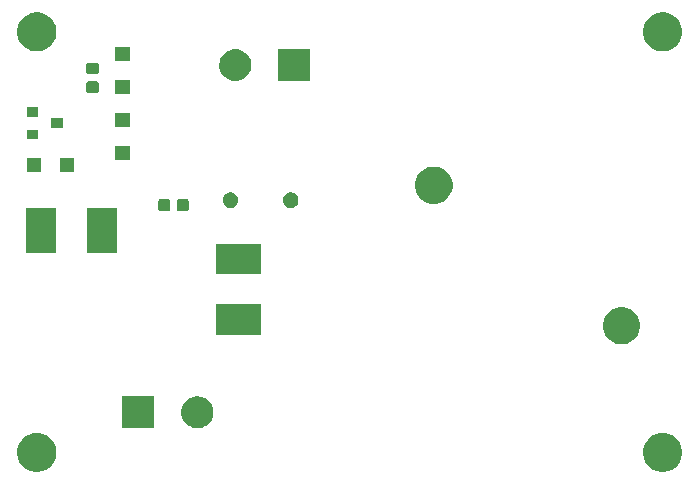
<source format=gbr>
G04 #@! TF.GenerationSoftware,KiCad,Pcbnew,5.0.1*
G04 #@! TF.CreationDate,2019-03-15T13:28:57+13:00*
G04 #@! TF.ProjectId,spiroBoard,737069726F426F6172642E6B69636164,rev?*
G04 #@! TF.SameCoordinates,Original*
G04 #@! TF.FileFunction,Soldermask,Top*
G04 #@! TF.FilePolarity,Negative*
%FSLAX46Y46*%
G04 Gerber Fmt 4.6, Leading zero omitted, Abs format (unit mm)*
G04 Created by KiCad (PCBNEW 5.0.1) date Fri 15 Mar 2019 01:28:57 PM NZDT*
%MOMM*%
%LPD*%
G01*
G04 APERTURE LIST*
%ADD10C,0.100000*%
G04 APERTURE END LIST*
D10*
G36*
X189375256Y-109991298D02*
X189481579Y-110012447D01*
X189782042Y-110136903D01*
X190048852Y-110315180D01*
X190052454Y-110317587D01*
X190282413Y-110547546D01*
X190463098Y-110817960D01*
X190587553Y-111118422D01*
X190651000Y-111437389D01*
X190651000Y-111762611D01*
X190587553Y-112081578D01*
X190463098Y-112382040D01*
X190282413Y-112652454D01*
X190052454Y-112882413D01*
X190052451Y-112882415D01*
X189782042Y-113063097D01*
X189481579Y-113187553D01*
X189375256Y-113208702D01*
X189162611Y-113251000D01*
X188837389Y-113251000D01*
X188624744Y-113208702D01*
X188518421Y-113187553D01*
X188217958Y-113063097D01*
X187947549Y-112882415D01*
X187947546Y-112882413D01*
X187717587Y-112652454D01*
X187536902Y-112382040D01*
X187412447Y-112081578D01*
X187349000Y-111762611D01*
X187349000Y-111437389D01*
X187412447Y-111118422D01*
X187536902Y-110817960D01*
X187717587Y-110547546D01*
X187947546Y-110317587D01*
X187951148Y-110315180D01*
X188217958Y-110136903D01*
X188518421Y-110012447D01*
X188624744Y-109991298D01*
X188837389Y-109949000D01*
X189162611Y-109949000D01*
X189375256Y-109991298D01*
X189375256Y-109991298D01*
G37*
G36*
X136375256Y-109991298D02*
X136481579Y-110012447D01*
X136782042Y-110136903D01*
X137048852Y-110315180D01*
X137052454Y-110317587D01*
X137282413Y-110547546D01*
X137463098Y-110817960D01*
X137587553Y-111118422D01*
X137651000Y-111437389D01*
X137651000Y-111762611D01*
X137587553Y-112081578D01*
X137463098Y-112382040D01*
X137282413Y-112652454D01*
X137052454Y-112882413D01*
X137052451Y-112882415D01*
X136782042Y-113063097D01*
X136481579Y-113187553D01*
X136375256Y-113208702D01*
X136162611Y-113251000D01*
X135837389Y-113251000D01*
X135624744Y-113208702D01*
X135518421Y-113187553D01*
X135217958Y-113063097D01*
X134947549Y-112882415D01*
X134947546Y-112882413D01*
X134717587Y-112652454D01*
X134536902Y-112382040D01*
X134412447Y-112081578D01*
X134349000Y-111762611D01*
X134349000Y-111437389D01*
X134412447Y-111118422D01*
X134536902Y-110817960D01*
X134717587Y-110547546D01*
X134947546Y-110317587D01*
X134951148Y-110315180D01*
X135217958Y-110136903D01*
X135518421Y-110012447D01*
X135624744Y-109991298D01*
X135837389Y-109949000D01*
X136162611Y-109949000D01*
X136375256Y-109991298D01*
X136375256Y-109991298D01*
G37*
G36*
X145951000Y-109551000D02*
X143249000Y-109551000D01*
X143249000Y-106849000D01*
X145951000Y-106849000D01*
X145951000Y-109551000D01*
X145951000Y-109551000D01*
G37*
G36*
X149863567Y-106874959D02*
X149994072Y-106900918D01*
X150239939Y-107002759D01*
X150460464Y-107150110D01*
X150461215Y-107150612D01*
X150649388Y-107338785D01*
X150649390Y-107338788D01*
X150797241Y-107560061D01*
X150899082Y-107805928D01*
X150951000Y-108066938D01*
X150951000Y-108333062D01*
X150899082Y-108594072D01*
X150797241Y-108839939D01*
X150649890Y-109060464D01*
X150649388Y-109061215D01*
X150461215Y-109249388D01*
X150461212Y-109249390D01*
X150239939Y-109397241D01*
X149994072Y-109499082D01*
X149863567Y-109525041D01*
X149733063Y-109551000D01*
X149466937Y-109551000D01*
X149336433Y-109525041D01*
X149205928Y-109499082D01*
X148960061Y-109397241D01*
X148738788Y-109249390D01*
X148738785Y-109249388D01*
X148550612Y-109061215D01*
X148550110Y-109060464D01*
X148402759Y-108839939D01*
X148300918Y-108594072D01*
X148249000Y-108333062D01*
X148249000Y-108066938D01*
X148300918Y-107805928D01*
X148402759Y-107560061D01*
X148550610Y-107338788D01*
X148550612Y-107338785D01*
X148738785Y-107150612D01*
X148739536Y-107150110D01*
X148960061Y-107002759D01*
X149205928Y-106900918D01*
X149336433Y-106874959D01*
X149466937Y-106849000D01*
X149733063Y-106849000D01*
X149863567Y-106874959D01*
X149863567Y-106874959D01*
G37*
G36*
X185708212Y-99309949D02*
X185962175Y-99360465D01*
X186248989Y-99479268D01*
X186507115Y-99651742D01*
X186726632Y-99871259D01*
X186899106Y-100129385D01*
X187017909Y-100416199D01*
X187078473Y-100720679D01*
X187078473Y-101031123D01*
X187017909Y-101335603D01*
X186899106Y-101622417D01*
X186726632Y-101880543D01*
X186507115Y-102100060D01*
X186248989Y-102272534D01*
X185962175Y-102391337D01*
X185708212Y-102441853D01*
X185657696Y-102451901D01*
X185347250Y-102451901D01*
X185296734Y-102441853D01*
X185042771Y-102391337D01*
X184755957Y-102272534D01*
X184497831Y-102100060D01*
X184278314Y-101880543D01*
X184105840Y-101622417D01*
X183987037Y-101335603D01*
X183926473Y-101031123D01*
X183926473Y-100720679D01*
X183987037Y-100416199D01*
X184105840Y-100129385D01*
X184278314Y-99871259D01*
X184497831Y-99651742D01*
X184755957Y-99479268D01*
X185042771Y-99360465D01*
X185296734Y-99309949D01*
X185347250Y-99299901D01*
X185657696Y-99299901D01*
X185708212Y-99309949D01*
X185708212Y-99309949D01*
G37*
G36*
X154991000Y-101626000D02*
X151189000Y-101626000D01*
X151189000Y-99074000D01*
X154991000Y-99074000D01*
X154991000Y-101626000D01*
X154991000Y-101626000D01*
G37*
G36*
X154991000Y-96476000D02*
X151189000Y-96476000D01*
X151189000Y-93924000D01*
X154991000Y-93924000D01*
X154991000Y-96476000D01*
X154991000Y-96476000D01*
G37*
G36*
X137624000Y-94683000D02*
X135072000Y-94683000D01*
X135072000Y-90881000D01*
X137624000Y-90881000D01*
X137624000Y-94683000D01*
X137624000Y-94683000D01*
G37*
G36*
X142774000Y-94683000D02*
X140222000Y-94683000D01*
X140222000Y-90881000D01*
X142774000Y-90881000D01*
X142774000Y-94683000D01*
X142774000Y-94683000D01*
G37*
G36*
X148703591Y-90156085D02*
X148737569Y-90166393D01*
X148768887Y-90183133D01*
X148796339Y-90205661D01*
X148818867Y-90233113D01*
X148835607Y-90264431D01*
X148845915Y-90298409D01*
X148850000Y-90339890D01*
X148850000Y-91016110D01*
X148845915Y-91057591D01*
X148835607Y-91091569D01*
X148818867Y-91122887D01*
X148796339Y-91150339D01*
X148768887Y-91172867D01*
X148737569Y-91189607D01*
X148703591Y-91199915D01*
X148662110Y-91204000D01*
X148060890Y-91204000D01*
X148019409Y-91199915D01*
X147985431Y-91189607D01*
X147954113Y-91172867D01*
X147926661Y-91150339D01*
X147904133Y-91122887D01*
X147887393Y-91091569D01*
X147877085Y-91057591D01*
X147873000Y-91016110D01*
X147873000Y-90339890D01*
X147877085Y-90298409D01*
X147887393Y-90264431D01*
X147904133Y-90233113D01*
X147926661Y-90205661D01*
X147954113Y-90183133D01*
X147985431Y-90166393D01*
X148019409Y-90156085D01*
X148060890Y-90152000D01*
X148662110Y-90152000D01*
X148703591Y-90156085D01*
X148703591Y-90156085D01*
G37*
G36*
X147128591Y-90156085D02*
X147162569Y-90166393D01*
X147193887Y-90183133D01*
X147221339Y-90205661D01*
X147243867Y-90233113D01*
X147260607Y-90264431D01*
X147270915Y-90298409D01*
X147275000Y-90339890D01*
X147275000Y-91016110D01*
X147270915Y-91057591D01*
X147260607Y-91091569D01*
X147243867Y-91122887D01*
X147221339Y-91150339D01*
X147193887Y-91172867D01*
X147162569Y-91189607D01*
X147128591Y-91199915D01*
X147087110Y-91204000D01*
X146485890Y-91204000D01*
X146444409Y-91199915D01*
X146410431Y-91189607D01*
X146379113Y-91172867D01*
X146351661Y-91150339D01*
X146329133Y-91122887D01*
X146312393Y-91091569D01*
X146302085Y-91057591D01*
X146298000Y-91016110D01*
X146298000Y-90339890D01*
X146302085Y-90298409D01*
X146312393Y-90264431D01*
X146329133Y-90233113D01*
X146351661Y-90205661D01*
X146379113Y-90183133D01*
X146410431Y-90166393D01*
X146444409Y-90156085D01*
X146485890Y-90152000D01*
X147087110Y-90152000D01*
X147128591Y-90156085D01*
X147128591Y-90156085D01*
G37*
G36*
X152589890Y-89616017D02*
X152708361Y-89665089D01*
X152814992Y-89736338D01*
X152905662Y-89827008D01*
X152976911Y-89933639D01*
X153025983Y-90052110D01*
X153051000Y-90177881D01*
X153051000Y-90306119D01*
X153025983Y-90431890D01*
X152976911Y-90550361D01*
X152905662Y-90656992D01*
X152814992Y-90747662D01*
X152708361Y-90818911D01*
X152589890Y-90867983D01*
X152464119Y-90893000D01*
X152335881Y-90893000D01*
X152210110Y-90867983D01*
X152091639Y-90818911D01*
X151985008Y-90747662D01*
X151894338Y-90656992D01*
X151823089Y-90550361D01*
X151774017Y-90431890D01*
X151749000Y-90306119D01*
X151749000Y-90177881D01*
X151774017Y-90052110D01*
X151823089Y-89933639D01*
X151894338Y-89827008D01*
X151985008Y-89736338D01*
X152091639Y-89665089D01*
X152210110Y-89616017D01*
X152335881Y-89591000D01*
X152464119Y-89591000D01*
X152589890Y-89616017D01*
X152589890Y-89616017D01*
G37*
G36*
X157689890Y-89616017D02*
X157808361Y-89665089D01*
X157914992Y-89736338D01*
X158005662Y-89827008D01*
X158076911Y-89933639D01*
X158125983Y-90052110D01*
X158151000Y-90177881D01*
X158151000Y-90306119D01*
X158125983Y-90431890D01*
X158076911Y-90550361D01*
X158005662Y-90656992D01*
X157914992Y-90747662D01*
X157808361Y-90818911D01*
X157689890Y-90867983D01*
X157564119Y-90893000D01*
X157435881Y-90893000D01*
X157310110Y-90867983D01*
X157191639Y-90818911D01*
X157085008Y-90747662D01*
X156994338Y-90656992D01*
X156923089Y-90550361D01*
X156874017Y-90431890D01*
X156849000Y-90306119D01*
X156849000Y-90177881D01*
X156874017Y-90052110D01*
X156923089Y-89933639D01*
X156994338Y-89827008D01*
X157085008Y-89736338D01*
X157191639Y-89665089D01*
X157310110Y-89616017D01*
X157435881Y-89591000D01*
X157564119Y-89591000D01*
X157689890Y-89616017D01*
X157689890Y-89616017D01*
G37*
G36*
X169833212Y-87419949D02*
X170087175Y-87470465D01*
X170373989Y-87589268D01*
X170632115Y-87761742D01*
X170851632Y-87981259D01*
X171024106Y-88239385D01*
X171142909Y-88526199D01*
X171203473Y-88830679D01*
X171203473Y-89141123D01*
X171142909Y-89445603D01*
X171024106Y-89732417D01*
X170851632Y-89990543D01*
X170632115Y-90210060D01*
X170373989Y-90382534D01*
X170087175Y-90501337D01*
X169840711Y-90550361D01*
X169782696Y-90561901D01*
X169472250Y-90561901D01*
X169414235Y-90550361D01*
X169167771Y-90501337D01*
X168880957Y-90382534D01*
X168622831Y-90210060D01*
X168403314Y-89990543D01*
X168230840Y-89732417D01*
X168112037Y-89445603D01*
X168051473Y-89141123D01*
X168051473Y-88830679D01*
X168112037Y-88526199D01*
X168230840Y-88239385D01*
X168403314Y-87981259D01*
X168622831Y-87761742D01*
X168880957Y-87589268D01*
X169167771Y-87470465D01*
X169421734Y-87419949D01*
X169472250Y-87409901D01*
X169782696Y-87409901D01*
X169833212Y-87419949D01*
X169833212Y-87419949D01*
G37*
G36*
X139161000Y-87850000D02*
X137959000Y-87850000D01*
X137959000Y-86648000D01*
X139161000Y-86648000D01*
X139161000Y-87850000D01*
X139161000Y-87850000D01*
G37*
G36*
X136361000Y-87850000D02*
X135159000Y-87850000D01*
X135159000Y-86648000D01*
X136361000Y-86648000D01*
X136361000Y-87850000D01*
X136361000Y-87850000D01*
G37*
G36*
X143857000Y-86837000D02*
X142655000Y-86837000D01*
X142655000Y-85635000D01*
X143857000Y-85635000D01*
X143857000Y-86837000D01*
X143857000Y-86837000D01*
G37*
G36*
X136137000Y-85074000D02*
X135135000Y-85074000D01*
X135135000Y-84272000D01*
X136137000Y-84272000D01*
X136137000Y-85074000D01*
X136137000Y-85074000D01*
G37*
G36*
X138237000Y-84124000D02*
X137235000Y-84124000D01*
X137235000Y-83322000D01*
X138237000Y-83322000D01*
X138237000Y-84124000D01*
X138237000Y-84124000D01*
G37*
G36*
X143857000Y-84037000D02*
X142655000Y-84037000D01*
X142655000Y-82835000D01*
X143857000Y-82835000D01*
X143857000Y-84037000D01*
X143857000Y-84037000D01*
G37*
G36*
X136137000Y-83174000D02*
X135135000Y-83174000D01*
X135135000Y-82372000D01*
X136137000Y-82372000D01*
X136137000Y-83174000D01*
X136137000Y-83174000D01*
G37*
G36*
X143857000Y-81249000D02*
X142655000Y-81249000D01*
X142655000Y-80047000D01*
X143857000Y-80047000D01*
X143857000Y-81249000D01*
X143857000Y-81249000D01*
G37*
G36*
X141095591Y-80186085D02*
X141129569Y-80196393D01*
X141160887Y-80213133D01*
X141188339Y-80235661D01*
X141210867Y-80263113D01*
X141227607Y-80294431D01*
X141237915Y-80328409D01*
X141242000Y-80369890D01*
X141242000Y-80971110D01*
X141237915Y-81012591D01*
X141227607Y-81046569D01*
X141210867Y-81077887D01*
X141188339Y-81105339D01*
X141160887Y-81127867D01*
X141129569Y-81144607D01*
X141095591Y-81154915D01*
X141054110Y-81159000D01*
X140377890Y-81159000D01*
X140336409Y-81154915D01*
X140302431Y-81144607D01*
X140271113Y-81127867D01*
X140243661Y-81105339D01*
X140221133Y-81077887D01*
X140204393Y-81046569D01*
X140194085Y-81012591D01*
X140190000Y-80971110D01*
X140190000Y-80369890D01*
X140194085Y-80328409D01*
X140204393Y-80294431D01*
X140221133Y-80263113D01*
X140243661Y-80235661D01*
X140271113Y-80213133D01*
X140302431Y-80196393D01*
X140336409Y-80186085D01*
X140377890Y-80182000D01*
X141054110Y-80182000D01*
X141095591Y-80186085D01*
X141095591Y-80186085D01*
G37*
G36*
X153003933Y-77463097D02*
X153194072Y-77500918D01*
X153439939Y-77602759D01*
X153660464Y-77750110D01*
X153661215Y-77750612D01*
X153849388Y-77938785D01*
X153849390Y-77938788D01*
X153997241Y-78160061D01*
X154099082Y-78405928D01*
X154125041Y-78536433D01*
X154149752Y-78660661D01*
X154151000Y-78666938D01*
X154151000Y-78933062D01*
X154099082Y-79194072D01*
X153997241Y-79439939D01*
X153849890Y-79660464D01*
X153849388Y-79661215D01*
X153661215Y-79849388D01*
X153661212Y-79849390D01*
X153439939Y-79997241D01*
X153194072Y-80099082D01*
X153063567Y-80125041D01*
X152933063Y-80151000D01*
X152666937Y-80151000D01*
X152536433Y-80125041D01*
X152405928Y-80099082D01*
X152160061Y-79997241D01*
X151938788Y-79849390D01*
X151938785Y-79849388D01*
X151750612Y-79661215D01*
X151750110Y-79660464D01*
X151602759Y-79439939D01*
X151500918Y-79194072D01*
X151449000Y-78933062D01*
X151449000Y-78666938D01*
X151450249Y-78660661D01*
X151474959Y-78536433D01*
X151500918Y-78405928D01*
X151602759Y-78160061D01*
X151750610Y-77938788D01*
X151750612Y-77938785D01*
X151938785Y-77750612D01*
X151939536Y-77750110D01*
X152160061Y-77602759D01*
X152405928Y-77500918D01*
X152596067Y-77463097D01*
X152666937Y-77449000D01*
X152933063Y-77449000D01*
X153003933Y-77463097D01*
X153003933Y-77463097D01*
G37*
G36*
X159151000Y-80151000D02*
X156449000Y-80151000D01*
X156449000Y-77449000D01*
X159151000Y-77449000D01*
X159151000Y-80151000D01*
X159151000Y-80151000D01*
G37*
G36*
X141095591Y-78611085D02*
X141129569Y-78621393D01*
X141160887Y-78638133D01*
X141188339Y-78660661D01*
X141210867Y-78688113D01*
X141227607Y-78719431D01*
X141237915Y-78753409D01*
X141242000Y-78794890D01*
X141242000Y-79396110D01*
X141237915Y-79437591D01*
X141227607Y-79471569D01*
X141210867Y-79502887D01*
X141188339Y-79530339D01*
X141160887Y-79552867D01*
X141129569Y-79569607D01*
X141095591Y-79579915D01*
X141054110Y-79584000D01*
X140377890Y-79584000D01*
X140336409Y-79579915D01*
X140302431Y-79569607D01*
X140271113Y-79552867D01*
X140243661Y-79530339D01*
X140221133Y-79502887D01*
X140204393Y-79471569D01*
X140194085Y-79437591D01*
X140190000Y-79396110D01*
X140190000Y-78794890D01*
X140194085Y-78753409D01*
X140204393Y-78719431D01*
X140221133Y-78688113D01*
X140243661Y-78660661D01*
X140271113Y-78638133D01*
X140302431Y-78621393D01*
X140336409Y-78611085D01*
X140377890Y-78607000D01*
X141054110Y-78607000D01*
X141095591Y-78611085D01*
X141095591Y-78611085D01*
G37*
G36*
X143857000Y-78449000D02*
X142655000Y-78449000D01*
X142655000Y-77247000D01*
X143857000Y-77247000D01*
X143857000Y-78449000D01*
X143857000Y-78449000D01*
G37*
G36*
X136375256Y-74391298D02*
X136481579Y-74412447D01*
X136782042Y-74536903D01*
X137048852Y-74715180D01*
X137052454Y-74717587D01*
X137282413Y-74947546D01*
X137463098Y-75217960D01*
X137587553Y-75518422D01*
X137651000Y-75837389D01*
X137651000Y-76162611D01*
X137587553Y-76481578D01*
X137463098Y-76782040D01*
X137282413Y-77052454D01*
X137052454Y-77282413D01*
X137052451Y-77282415D01*
X136782042Y-77463097D01*
X136481579Y-77587553D01*
X136405133Y-77602759D01*
X136162611Y-77651000D01*
X135837389Y-77651000D01*
X135594867Y-77602759D01*
X135518421Y-77587553D01*
X135217958Y-77463097D01*
X134947549Y-77282415D01*
X134947546Y-77282413D01*
X134717587Y-77052454D01*
X134536902Y-76782040D01*
X134412447Y-76481578D01*
X134349000Y-76162611D01*
X134349000Y-75837389D01*
X134412447Y-75518422D01*
X134536902Y-75217960D01*
X134717587Y-74947546D01*
X134947546Y-74717587D01*
X134951148Y-74715180D01*
X135217958Y-74536903D01*
X135518421Y-74412447D01*
X135624744Y-74391298D01*
X135837389Y-74349000D01*
X136162611Y-74349000D01*
X136375256Y-74391298D01*
X136375256Y-74391298D01*
G37*
G36*
X189375256Y-74391298D02*
X189481579Y-74412447D01*
X189782042Y-74536903D01*
X190048852Y-74715180D01*
X190052454Y-74717587D01*
X190282413Y-74947546D01*
X190463098Y-75217960D01*
X190587553Y-75518422D01*
X190651000Y-75837389D01*
X190651000Y-76162611D01*
X190587553Y-76481578D01*
X190463098Y-76782040D01*
X190282413Y-77052454D01*
X190052454Y-77282413D01*
X190052451Y-77282415D01*
X189782042Y-77463097D01*
X189481579Y-77587553D01*
X189405133Y-77602759D01*
X189162611Y-77651000D01*
X188837389Y-77651000D01*
X188594867Y-77602759D01*
X188518421Y-77587553D01*
X188217958Y-77463097D01*
X187947549Y-77282415D01*
X187947546Y-77282413D01*
X187717587Y-77052454D01*
X187536902Y-76782040D01*
X187412447Y-76481578D01*
X187349000Y-76162611D01*
X187349000Y-75837389D01*
X187412447Y-75518422D01*
X187536902Y-75217960D01*
X187717587Y-74947546D01*
X187947546Y-74717587D01*
X187951148Y-74715180D01*
X188217958Y-74536903D01*
X188518421Y-74412447D01*
X188624744Y-74391298D01*
X188837389Y-74349000D01*
X189162611Y-74349000D01*
X189375256Y-74391298D01*
X189375256Y-74391298D01*
G37*
M02*

</source>
